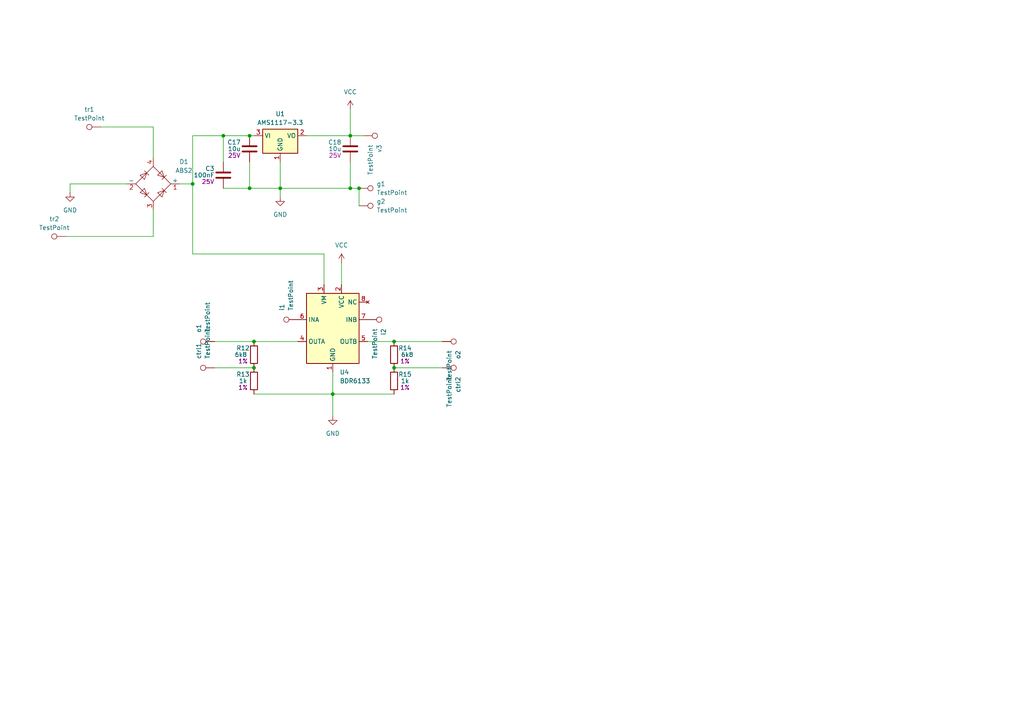
<source format=kicad_sch>
(kicad_sch (version 20250114) (generator "eeschema") (generator_version "9.0")
  (paper "A4")
  (lib_symbols
    (symbol "Connector:TestPoint" (pin_numbers (hide yes)) (pin_names (offset 0.762) (hide yes))
      (property "Reference" "TP" (at 0 6.858 0))
      (property "Value" "TestPoint" (at 0 5.08 0))
      (symbol "TestPoint_0_1"
        (circle (center 0 3.302) (radius 0.762))
      )
      (symbol "TestPoint_1_1"
        (pin passive line (at 0 0 90) (length 2.54) (name "1") (number "1"))
      )
    )
    (symbol "Device:C" (pin_numbers (hide yes)) (pin_names (offset 0.254))
      (property "Reference" "C" (at 0.635 2.54 0))
      (property "Value" "C" (at 0.635 -2.54 0))
      (symbol "C_0_1"
        (polyline (pts (xy -2.032 0.762) (xy 2.032 0.762)) (stroke (width 0.508)))
        (polyline (pts (xy -2.032 -0.762) (xy 2.032 -0.762)) (stroke (width 0.508)))
      )
      (symbol "C_1_1"
        (pin passive line (at 0 3.81 270) (length 2.794) (name "~") (number "1"))
        (pin passive line (at 0 -3.81 90) (length 2.794) (name "~") (number "2"))
      )
    )
    (symbol "Device:R" (pin_numbers (hide yes)) (pin_names (offset 0))
      (property "Reference" "R" (at 2.032 0 90))
      (property "Value" "R" (at 0 0 90))
      (symbol "R_0_1"
        (rectangle (start -1.016 -2.54) (end 1.016 2.54) (stroke (width 0.254)))
      )
      (symbol "R_1_1"
        (pin passive line (at 0 3.81 270) (length 1.27) (name "~") (number "1"))
        (pin passive line (at 0 -3.81 90) (length 1.27) (name "~") (number "2"))
      )
    )
    (symbol "Diode_Bridge:ABS2" (pin_names (offset 0))
      (property "Reference" "D" (at 2.54 6.985 0))
      (property "Value" "ABS2" (at 2.54 5.08 0))
      (symbol "ABS2_0_1"
        (polyline (pts (xy -5.08 0) (xy 0 -5.08) (xy 5.08 0) (xy 0 5.08) (xy -5.08 0)))
        (polyline (pts (xy -3.81 2.54) (xy -2.54 1.27) (xy -1.905 3.175) (xy -3.81 2.54)))
        (polyline (pts (xy -2.54 3.81) (xy -1.27 2.54)))
        (polyline (pts (xy -2.54 -1.27) (xy -3.81 -2.54) (xy -1.905 -3.175) (xy -2.54 -1.27)))
        (polyline (pts (xy -1.27 -2.54) (xy -2.54 -3.81)))
        (polyline (pts (xy 1.27 2.54) (xy 2.54 3.81) (xy 3.175 1.905) (xy 1.27 2.54)))
        (polyline (pts (xy 2.54 1.27) (xy 3.81 2.54)))
        (polyline (pts (xy 2.54 -1.27) (xy 3.81 -2.54)))
        (polyline (pts (xy 3.175 -1.905) (xy 1.27 -2.54) (xy 2.54 -3.81) (xy 3.175 -1.905)))
      )
      (symbol "ABS2_1_1"
        (pin passive line (at -7.62 0 0) (length 2.54) (name "-") (number "2"))
        (pin passive line (at 0 7.62 270) (length 2.54) (name "~") (number "4"))
        (pin passive line (at 0 -7.62 90) (length 2.54) (name "~") (number "3"))
        (pin passive line (at 7.62 0 180) (length 2.54) (name "+") (number "1"))
      )
    )
    (symbol "RP2040-Decoder_Additional_Symbols:BDR6133"
      (property "Reference" "U" (at 6.35 11.43 0))
      (property "Value" "BDR6133" (at -10.16 11.43 0))
      (symbol "BDR6133_0_1"
        (rectangle (start -7.62 10.16) (end 7.62 -10.16) (stroke (width 0.254)) (fill (type background)))
      )
      (symbol "BDR6133_1_1"
        (pin input line (at -10.16 2.54 0) (length 2.54) (name "INA") (number "6"))
        (pin output line (at -10.16 -3.81 0) (length 2.54) (name "OUTA") (number "4"))
        (pin power_in line (at -2.54 12.7 270) (length 2.54) (name "VM") (number "3"))
        (pin power_in line (at 0 -12.7 90) (length 2.54) (name "GND") (number "1"))
        (pin passive line (at 0 -12.7 90) (length 2.54) (hide yes) (name "GND") (number "9"))
        (pin power_in line (at 2.54 12.7 270) (length 2.54) (name "VCC") (number "2"))
        (pin no_connect line (at 10.16 7.62 180) (length 2.54) (name "NC") (number "8"))
        (pin input line (at 10.16 2.54 180) (length 2.54) (name "INB") (number "7"))
        (pin output line (at 10.16 -3.81 180) (length 2.54) (name "OUTB") (number "5"))
      )
    )
    (symbol "Regulator_Linear:AMS1117-3.3"
      (property "Reference" "U" (at -3.81 3.175 0))
      (property "Value" "AMS1117-3.3" (at 0 3.175 0))
      (symbol "AMS1117-3.3_0_1"
        (rectangle (start -5.08 -5.08) (end 5.08 1.905) (stroke (width 0.254)) (fill (type background)))
      )
      (symbol "AMS1117-3.3_1_1"
        (pin power_in line (at -7.62 0 0) (length 2.54) (name "VI") (number "3"))
        (pin power_in line (at 0 -7.62 90) (length 2.54) (name "GND") (number "1"))
        (pin power_out line (at 7.62 0 180) (length 2.54) (name "VO") (number "2"))
      )
    )
    (symbol "power:GND" (power) (pin_numbers (hide yes)) (pin_names (offset 0) (hide yes))
      (property "Value" "GND" (at 0 -3.81 0))
      (symbol "GND_0_1"
        (polyline (pts (xy 0 0) (xy 0 -1.27) (xy 1.27 -1.27) (xy 0 -2.54) (xy -1.27 -1.27) (xy 0 -1.27)))
      )
      (symbol "GND_1_1"
        (pin power_in line (at 0 0 270) (length 0) (name "~") (number "1"))
      )
    )
    (symbol "power:VCC" (power) (pin_numbers (hide yes)) (pin_names (offset 0) (hide yes))
      (property "Value" "VCC" (at 0 3.556 0))
      (symbol "VCC_0_1"
        (polyline (pts (xy -0.762 1.27) (xy 0 2.54)))
        (polyline (pts (xy 0 2.54) (xy 0.762 1.27)))
        (polyline (pts (xy 0 0) (xy 0 2.54)))
      )
      (symbol "VCC_1_1"
        (pin power_in line (at 0 0 90) (length 0) (name "~") (number "1"))
      )
    )
  )
  (junction (at 104.14 54.61))
  (junction (at 55.88 53.34))
  (junction (at 114.3 106.68))
  (junction (at 73.66 99.06))
  (junction (at 101.6 39.37))
  (junction (at 96.52 114.3))
  (junction (at 81.28 54.61))
  (junction (at 72.39 54.61))
  (junction (at 73.66 106.68))
  (junction (at 64.77 39.37))
  (junction (at 72.39 39.37))
  (junction (at 114.3 99.06))
  (junction (at 101.6 54.61))
  (wire (pts (xy 20.32 53.34) (xy 20.32 55.88)))
  (wire (pts (xy 96.52 120.65) (xy 96.52 114.3)))
  (wire (pts (xy 114.3 99.06) (xy 106.68 99.06)))
  (wire (pts (xy 55.88 73.66) (xy 55.88 53.34)))
  (wire (pts (xy 52.07 53.34) (xy 55.88 53.34)))
  (wire (pts (xy 101.6 54.61) (xy 104.14 54.61)))
  (wire (pts (xy 99.06 76.2) (xy 99.06 82.55)))
  (wire (pts (xy 73.66 114.3) (xy 96.52 114.3)))
  (wire (pts (xy 55.88 39.37) (xy 64.77 39.37)))
  (wire (pts (xy 44.45 45.72) (xy 44.45 36.83)))
  (wire (pts (xy 81.28 46.99) (xy 81.28 54.61)))
  (wire (pts (xy 93.98 82.55) (xy 93.98 73.66)))
  (wire (pts (xy 64.77 39.37) (xy 72.39 39.37)))
  (wire (pts (xy 64.77 39.37) (xy 64.77 46.99)))
  (wire (pts (xy 93.98 73.66) (xy 55.88 73.66)))
  (wire (pts (xy 36.83 53.34) (xy 20.32 53.34)))
  (wire (pts (xy 114.3 106.68) (xy 128.27 106.68)))
  (wire (pts (xy 96.52 114.3) (xy 96.52 107.95)))
  (wire (pts (xy 81.28 54.61) (xy 101.6 54.61)))
  (wire (pts (xy 101.6 46.99) (xy 101.6 54.61)))
  (wire (pts (xy 44.45 68.58) (xy 44.45 60.96)))
  (wire (pts (xy 72.39 46.99) (xy 72.39 54.61)))
  (wire (pts (xy 73.66 99.06) (xy 86.36 99.06)))
  (wire (pts (xy 128.27 99.06) (xy 114.3 99.06)))
  (wire (pts (xy 55.88 53.34) (xy 55.88 39.37)))
  (wire (pts (xy 62.23 99.06) (xy 73.66 99.06)))
  (wire (pts (xy 104.14 54.61) (xy 104.14 59.69)))
  (wire (pts (xy 101.6 39.37) (xy 105.41 39.37)))
  (wire (pts (xy 72.39 54.61) (xy 81.28 54.61)))
  (wire (pts (xy 81.28 54.61) (xy 81.28 57.15)))
  (wire (pts (xy 62.23 106.68) (xy 73.66 106.68)))
  (wire (pts (xy 96.52 114.3) (xy 114.3 114.3)))
  (wire (pts (xy 88.9 39.37) (xy 101.6 39.37)))
  (wire (pts (xy 64.77 54.61) (xy 72.39 54.61)))
  (wire (pts (xy 29.21 36.83) (xy 44.45 36.83)))
  (wire (pts (xy 72.39 39.37) (xy 73.66 39.37)))
  (wire (pts (xy 101.6 31.75) (xy 101.6 39.37)))
  (wire (pts (xy 19.05 68.58) (xy 44.45 68.58)))
  (symbol (lib_id "Device:R") (at 73.66 110.49 180) (unit 1)
    (property "Reference" "R13" (at 70.485 108.585 0))
    (property "Value" "1k" (at 70.485 110.49 0))
    (property "Footprint" "Resistor_SMD:R_0402_1005Metric" (effects (hide yes)))
    (property "Tolerance" "1%" (at 70.485 112.395 0))
    (property "LCSC Part #" "C11702" (effects (hide yes)))
  )
  (symbol (lib_id "Device:R") (at 73.66 102.87 180) (unit 1)
    (property "Reference" "R12" (at 70.485 100.965 0))
    (property "Value" "6k8" (at 69.85 102.87 0))
    (property "Footprint" "Resistor_SMD:R_0402_1005Metric" (effects (hide yes)))
    (property "Tolerance" "1%" (at 70.485 104.775 0))
    (property "LCSC Part #" "C25917" (effects (hide yes)))
  )
  (symbol (lib_id "Connector:TestPoint") (at 105.41 39.37 270) (unit 1)
    (property "Reference" "v3" (at 109.9821 41.91 0) (effects (justify left)))
    (property "Value" "TestPoint" (at 107.4421 41.91 0) (effects (justify left)))
    (property "Footprint" "TestPoint:TestPoint_THTPad_1.5x1.5mm_Drill0.7mm" (effects (hide yes)))
    (property "Description" "test point" (effects (hide yes)))
  )
  (symbol (lib_id "Diode_Bridge:ABS2") (at 44.45 53.34 0) (unit 1)
    (property "Reference" "D1" (at 53.34 46.9198 0))
    (property "Value" "ABS2" (at 53.34 49.4598 0))
    (property "Footprint" "Diode_SMD:Diode_Bridge_Diotec_ABS" (effects (hide yes)))
    (property "Datasheet" "https://diotec.com/tl_files/diotec/files/pdf/datasheets/abs2.pdf" (effects (hide yes)))
    (property "Description" "Miniature Glass Passivated Single-Phase Surface Mount Bridge Rectifiers, 140V Vrms, 0.8A If, ABS SMD package" (effects (hide yes)))
    (property "LSCS Partnumber" "C41382676" (effects (hide yes)))
  )
  (symbol (lib_id "Regulator_Linear:AMS1117-3.3") (at 81.28 39.37 0) (unit 1)
    (property "Reference" "U1" (at 81.28 33.02 0))
    (property "Value" "AMS1117-3.3" (at 81.28 35.56 0))
    (property "Footprint" "Package_TO_SOT_SMD:SOT-89-3" (effects (hide yes)))
    (property "Datasheet" "http://www.advanced-monolithic.com/pdf/ds1117.pdf" (effects (hide yes)))
    (property "Description" "1A Low Dropout regulator, positive, 3.3V fixed output, SOT-223" (effects (hide yes)))
    (property "LCSC Part #" "C7473143" (effects (hide yes)))
  )
  (symbol (lib_id "Connector:TestPoint") (at 62.23 106.68 90) (unit 1)
    (property "Reference" "ctrl1" (at 57.6579 104.14 0) (effects (justify left)))
    (property "Value" "TestPoint" (at 60.1979 104.14 0) (effects (justify left)))
    (property "Footprint" "TestPoint:TestPoint_THTPad_1.5x1.5mm_Drill0.7mm" (effects (hide yes)))
    (property "Description" "test point" (effects (hide yes)))
  )
  (symbol (lib_id "Connector:TestPoint") (at 19.05 68.58 90) (unit 1)
    (property "Reference" "tr2" (at 15.748 63.5 90))
    (property "Value" "TestPoint" (at 15.748 66.04 90))
    (property "Footprint" "TestPoint:TestPoint_THTPad_1.5x1.5mm_Drill0.7mm" (effects (hide yes)))
    (property "Description" "test point" (effects (hide yes)))
  )
  (symbol (lib_id "Connector:TestPoint") (at 128.27 106.68 270) (unit 1)
    (property "Reference" "ctrl2" (at 132.8421 109.22 0) (effects (justify left)))
    (property "Value" "TestPoint" (at 130.3021 109.22 0) (effects (justify left)))
    (property "Footprint" "TestPoint:TestPoint_THTPad_1.5x1.5mm_Drill0.7mm" (effects (hide yes)))
    (property "Description" "test point" (effects (hide yes)))
  )
  (symbol (lib_id "Device:R") (at 114.3 102.87 0) (mirror x) (unit 1)
    (property "Reference" "R14" (at 117.475 100.965 0))
    (property "Value" "6k8" (at 118.11 102.87 0))
    (property "Footprint" "Resistor_SMD:R_0402_1005Metric" (effects (hide yes)))
    (property "Tolerance" "1%" (at 117.475 104.775 0))
    (property "LCSC Part #" "C25917" (effects (hide yes)))
  )
  (symbol (lib_id "Connector:TestPoint") (at 104.14 59.69 270) (unit 1)
    (property "Reference" "g2" (at 109.22 58.4199 90) (effects (justify left)))
    (property "Value" "TestPoint" (at 109.22 60.9599 90) (effects (justify left)))
    (property "Footprint" "TestPoint:TestPoint_THTPad_1.5x1.5mm_Drill0.7mm" (effects (hide yes)))
    (property "Description" "test point" (effects (hide yes)))
  )
  (symbol (lib_id "Device:C") (at 72.39 43.18 0) (mirror y) (unit 1)
    (property "Reference" "C17" (at 69.85 41.275 0) (effects (justify left)))
    (property "Value" "10u" (at 69.85 43.18 0) (effects (justify left)))
    (property "Footprint" "Capacitor_SMD:C_0603_1608Metric" (effects (hide yes)))
    (property "Voltage" "25V" (at 67.945 45.085 0))
    (property "LCSC Part #" "C96446" (effects (hide yes)))
  )
  (symbol (lib_id "power:GND") (at 96.52 120.65 0) (unit 1)
    (property "Reference" "#PWR03" (effects (hide yes)))
    (property "Value" "GND" (at 96.52 125.73 0))
    (property "Description" "Power symbol creates a global label with name \"GND\" , ground" (effects (hide yes)))
  )
  (symbol (lib_id "Connector:TestPoint") (at 106.68 92.71 270) (unit 1)
    (property "Reference" "i2" (at 111.2521 95.25 0) (effects (justify left)))
    (property "Value" "TestPoint" (at 108.7121 95.25 0) (effects (justify left)))
    (property "Footprint" "TestPoint:TestPoint_THTPad_1.5x1.5mm_Drill0.7mm" (effects (hide yes)))
    (property "Description" "test point" (effects (hide yes)))
  )
  (symbol (lib_id "power:GND") (at 20.32 55.88 0) (unit 1)
    (property "Reference" "#PWR01" (effects (hide yes)))
    (property "Value" "GND" (at 20.32 60.96 0))
    (property "Description" "Power symbol creates a global label with name \"GND\" , ground" (effects (hide yes)))
  )
  (symbol (lib_id "power:VCC") (at 101.6 31.75 0) (unit 1)
    (property "Reference" "#PWR04" (effects (hide yes)))
    (property "Value" "VCC" (at 101.6 26.67 0))
    (property "Description" "Power symbol creates a global label with name \"VCC\"" (effects (hide yes)))
  )
  (symbol (lib_id "Device:C") (at 101.6 43.18 0) (mirror y) (unit 1)
    (property "Reference" "C18" (at 99.06 41.275 0) (effects (justify left)))
    (property "Value" "10u" (at 99.06 43.18 0) (effects (justify left)))
    (property "Footprint" "Capacitor_SMD:C_0603_1608Metric" (effects (hide yes)))
    (property "Voltage" "25V" (at 97.155 45.085 0))
    (property "LCSC Part #" "C96446" (effects (hide yes)))
  )
  (symbol (lib_id "Connector:TestPoint") (at 62.23 99.06 90) (unit 1)
    (property "Reference" "o1" (at 57.6579 96.52 0) (effects (justify left)))
    (property "Value" "TestPoint" (at 60.1979 96.52 0) (effects (justify left)))
    (property "Footprint" "TestPoint:TestPoint_THTPad_1.5x1.5mm_Drill0.7mm" (effects (hide yes)))
    (property "Description" "test point" (effects (hide yes)))
  )
  (symbol (lib_id "Connector:TestPoint") (at 128.27 99.06 270) (unit 1)
    (property "Reference" "o2" (at 132.8421 101.6 0) (effects (justify left)))
    (property "Value" "TestPoint" (at 130.3021 101.6 0) (effects (justify left)))
    (property "Footprint" "TestPoint:TestPoint_THTPad_1.5x1.5mm_Drill0.7mm" (effects (hide yes)))
    (property "Description" "test point" (effects (hide yes)))
  )
  (symbol (lib_id "power:VCC") (at 99.06 76.2 0) (unit 1)
    (property "Reference" "#PWR05" (effects (hide yes)))
    (property "Value" "VCC" (at 99.06 71.12 0))
    (property "Description" "Power symbol creates a global label with name \"VCC\"" (effects (hide yes)))
  )
  (symbol (lib_id "Device:C") (at 64.77 50.8 0) (mirror y) (unit 1)
    (property "Reference" "C3" (at 62.23 48.895 0) (effects (justify left)))
    (property "Value" "100nF" (at 62.23 50.8 0) (effects (justify left)))
    (property "Footprint" "Capacitor_SMD:C_0603_1608Metric" (effects (hide yes)))
    (property "Voltage" "25V" (at 60.325 52.705 0))
    (property "LCSC Part #" "C96446" (effects (hide yes)))
  )
  (symbol (lib_id "power:GND") (at 81.28 57.15 0) (unit 1)
    (property "Reference" "#PWR02" (effects (hide yes)))
    (property "Value" "GND" (at 81.28 62.23 0))
    (property "Description" "Power symbol creates a global label with name \"GND\" , ground" (effects (hide yes)))
  )
  (symbol (lib_id "Connector:TestPoint") (at 29.21 36.83 90) (unit 1)
    (property "Reference" "tr1" (at 25.908 31.75 90))
    (property "Value" "TestPoint" (at 25.908 34.29 90))
    (property "Footprint" "TestPoint:TestPoint_THTPad_1.5x1.5mm_Drill0.7mm" (effects (hide yes)))
    (property "Description" "test point" (effects (hide yes)))
  )
  (symbol (lib_id "Connector:TestPoint") (at 86.36 92.71 90) (unit 1)
    (property "Reference" "i1" (at 81.7879 90.17 0) (effects (justify left)))
    (property "Value" "TestPoint" (at 84.3279 90.17 0) (effects (justify left)))
    (property "Footprint" "TestPoint:TestPoint_THTPad_1.5x1.5mm_Drill0.7mm" (effects (hide yes)))
    (property "Description" "test point" (effects (hide yes)))
  )
  (symbol (lib_id "Connector:TestPoint") (at 104.14 54.61 270) (unit 1)
    (property "Reference" "g1" (at 109.22 53.3399 90) (effects (justify left)))
    (property "Value" "TestPoint" (at 109.22 55.8799 90) (effects (justify left)))
    (property "Footprint" "TestPoint:TestPoint_THTPad_1.5x1.5mm_Drill0.7mm" (effects (hide yes)))
    (property "Description" "test point" (effects (hide yes)))
  )
  (symbol (lib_id "Device:R") (at 114.3 110.49 0) (mirror x) (unit 1)
    (property "Reference" "R15" (at 117.475 108.585 0))
    (property "Value" "1k" (at 117.475 110.49 0))
    (property "Footprint" "Resistor_SMD:R_0402_1005Metric" (effects (hide yes)))
    (property "Tolerance" "1%" (at 117.475 112.395 0))
    (property "LCSC Part #" "C11702" (effects (hide yes)))
  )
  (symbol (lib_id "RP2040-Decoder_Additional_Symbols:BDR6133") (at 96.52 95.25 0) (unit 1)
    (property "Reference" "U4" (at 98.5394 107.95 0) (effects (justify left)))
    (property "Value" "BDR6133" (at 98.5394 110.49 0) (effects (justify left)))
    (property "Footprint" "Library:SOIC-8-1EP_3.9x4.9mm_P1.27mm_EP2.41x3.3mm_ThermalVias" (effects (hide yes)))
    (property "Datasheet" "https://www.lcsc.com/datasheet/lcsc_datasheet_2409291808_Bardeen-Micro--BDR6133_C2687793.pdf" (effects (hide yes)))
    (property "Description" "H-Bridge driver, 2.8A, 2V to 24V, PWM input, ESOP8" (effects (hide yes)))
    (property "Alternative Part" "PT5126A" (effects (hide yes)))
    (property "LCSC Part #" "C2687793" (effects (hide yes)))
  )
)
</source>
